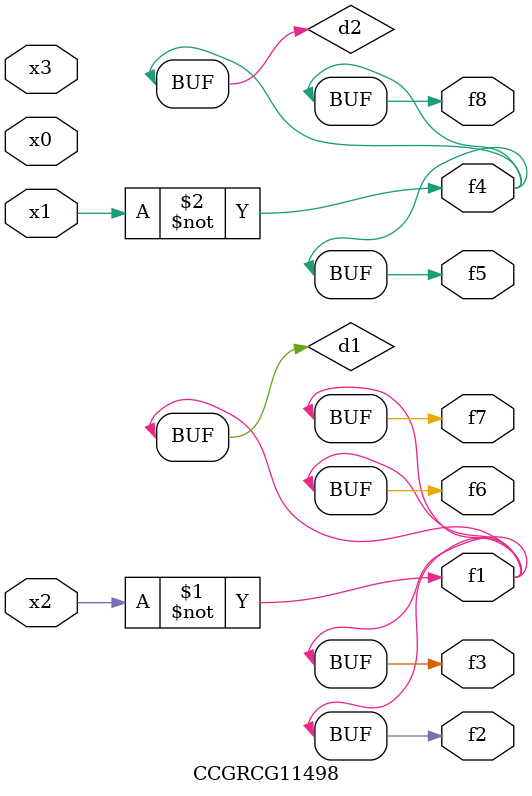
<source format=v>
module CCGRCG11498(
	input x0, x1, x2, x3,
	output f1, f2, f3, f4, f5, f6, f7, f8
);

	wire d1, d2;

	xnor (d1, x2);
	not (d2, x1);
	assign f1 = d1;
	assign f2 = d1;
	assign f3 = d1;
	assign f4 = d2;
	assign f5 = d2;
	assign f6 = d1;
	assign f7 = d1;
	assign f8 = d2;
endmodule

</source>
